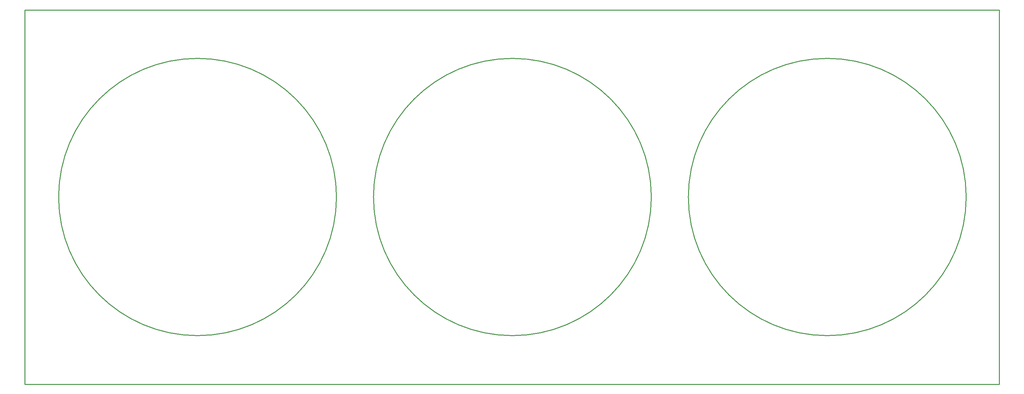
<source format=gm1>
G04*
G04 #@! TF.GenerationSoftware,Altium Limited,Altium Designer,19.1.7 (138)*
G04*
G04 Layer_Color=16711935*
%FSLAX24Y24*%
%MOIN*%
G70*
G01*
G75*
%ADD65C,0.0100*%
D65*
X-2760Y-4330D02*
X100808Y-4330D01*
X100808Y35532D01*
X-2760Y35532D02*
X100808Y35532D01*
X-2760Y35532D02*
X-2760Y-4330D01*
X830Y15604D02*
G03*
X15594Y840I14764J0D01*
G01*
D02*
G03*
X30358Y15604I0J14764D01*
G01*
D02*
G03*
X15594Y30368I-14764J0D01*
G01*
D02*
G03*
X830Y15604I0J-14764D01*
G01*
X34295D02*
G03*
X49058Y840I14764J0D01*
G01*
D02*
G03*
X63822Y15604I0J14764D01*
G01*
D02*
G03*
X49058Y30368I-14764J0D01*
G01*
D02*
G03*
X34295Y15604I0J-14764D01*
G01*
X67759D02*
G03*
X82523Y840I14764J0D01*
G01*
D02*
G03*
X97287Y15604I0J14764D01*
G01*
D02*
G03*
X82523Y30368I-14764J0D01*
G01*
D02*
G03*
X67759Y15604I0J-14764D01*
G01*
M02*

</source>
